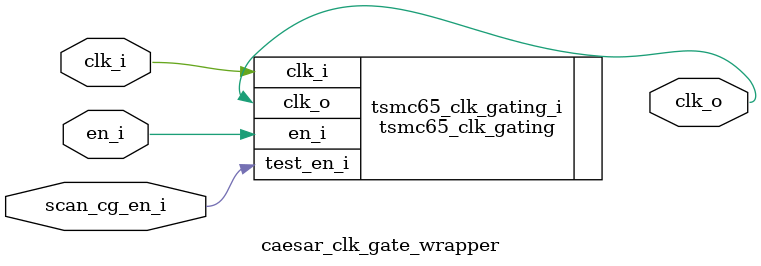
<source format=sv>

module caesar_clk_gate_wrapper (
    input  logic clk_i,
    input  logic en_i,
    input  logic scan_cg_en_i,
    output logic clk_o
);
  tsmc65_clk_gating tsmc65_clk_gating_i (
      .clk_i,
      .en_i,
      .test_en_i(scan_cg_en_i),
      .clk_o
  );

endmodule
</source>
